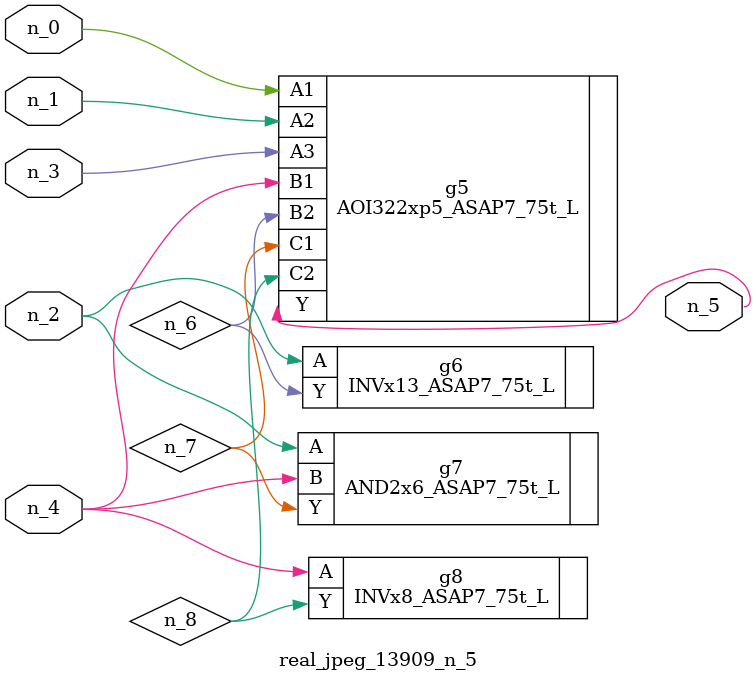
<source format=v>
module real_jpeg_13909_n_5 (n_4, n_0, n_1, n_2, n_3, n_5);

input n_4;
input n_0;
input n_1;
input n_2;
input n_3;

output n_5;

wire n_8;
wire n_6;
wire n_7;

AOI322xp5_ASAP7_75t_L g5 ( 
.A1(n_0),
.A2(n_1),
.A3(n_3),
.B1(n_4),
.B2(n_6),
.C1(n_7),
.C2(n_8),
.Y(n_5)
);

INVx13_ASAP7_75t_L g6 ( 
.A(n_2),
.Y(n_6)
);

AND2x6_ASAP7_75t_L g7 ( 
.A(n_2),
.B(n_4),
.Y(n_7)
);

INVx8_ASAP7_75t_L g8 ( 
.A(n_4),
.Y(n_8)
);


endmodule
</source>
